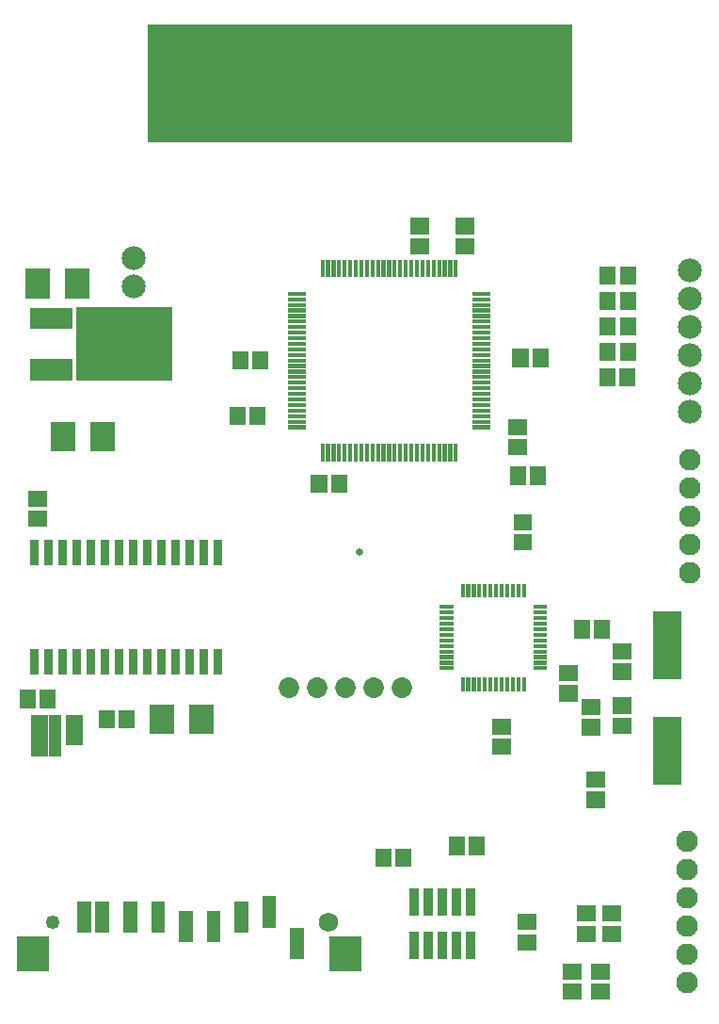
<source format=gbr>
G04 start of page 7 for group -4063 idx -4063 *
G04 Title: (unknown), componentmask *
G04 Creator: pcb 1.99z *
G04 CreationDate: Thu 29 Aug 2013 05:32:10 PM GMT UTC *
G04 For: p *
G04 Format: Gerber/RS-274X *
G04 PCB-Dimensions (mil): 6000.00 5000.00 *
G04 PCB-Coordinate-Origin: lower left *
%MOIN*%
%FSLAX25Y25*%
%LNTOPMASK*%
%ADD84R,0.1037X0.1037*%
%ADD83R,0.1123X0.1123*%
%ADD82R,0.0493X0.0493*%
%ADD81R,0.2598X0.2598*%
%ADD80R,0.0746X0.0746*%
%ADD79R,0.0860X0.0860*%
%ADD78R,0.0611X0.0611*%
%ADD77R,0.0454X0.0454*%
%ADD76R,0.0300X0.0300*%
%ADD75R,0.0336X0.0336*%
%ADD74R,0.1000X0.1000*%
%ADD73R,0.0140X0.0140*%
%ADD72R,0.0572X0.0572*%
%ADD71C,0.0257*%
%ADD70C,0.0493*%
%ADD69C,0.0690*%
%ADD68C,0.0729*%
%ADD67C,0.0001*%
%ADD66C,0.0847*%
%ADD65C,0.0769*%
G54D65*X419463Y343878D03*
Y333878D03*
Y323878D03*
Y313878D03*
Y303878D03*
X418463Y208973D03*
Y198973D03*
Y188973D03*
Y178973D03*
Y168973D03*
Y158973D03*
G54D66*X419463Y410973D03*
Y400973D03*
Y390973D03*
Y380973D03*
Y370973D03*
Y360973D03*
X222411Y415054D03*
Y405054D03*
G54D67*G36*
X211819Y395906D02*Y389306D01*
X218419D01*
Y395906D01*
X211819D01*
G37*
G36*
X219693D02*Y389306D01*
X226293D01*
Y395906D01*
X219693D01*
G37*
G36*
Y388032D02*Y381432D01*
X226293D01*
Y388032D01*
X219693D01*
G37*
G36*
X211819D02*Y381432D01*
X218419D01*
Y388032D01*
X211819D01*
G37*
G36*
X219693Y380158D02*Y373558D01*
X226293D01*
Y380158D01*
X219693D01*
G37*
G36*
X211819D02*Y373558D01*
X218419D01*
Y380158D01*
X211819D01*
G37*
G36*
X227567Y395906D02*Y389306D01*
X234167D01*
Y395906D01*
X227567D01*
G37*
G36*
Y388032D02*Y381432D01*
X234167D01*
Y388032D01*
X227567D01*
G37*
G36*
Y380158D02*Y373558D01*
X234167D01*
Y380158D01*
X227567D01*
G37*
G54D68*X277327Y263142D03*
X287327D03*
G54D69*X291287Y180229D03*
G54D68*X297327Y263142D03*
X307327D03*
X317327D03*
G54D70*X193650Y180229D03*
G54D71*X302456Y311074D03*
G54D72*X397456Y400467D02*Y399681D01*
X390370Y400467D02*Y399681D01*
X397456Y391467D02*Y390681D01*
X390370Y391467D02*Y390681D01*
X397456Y382467D02*Y381681D01*
X390370Y382467D02*Y381681D01*
X397378Y373366D02*Y372580D01*
X390292Y373366D02*Y372580D01*
X397456Y409467D02*Y408681D01*
X390370Y409467D02*Y408681D01*
G54D73*X343014Y373035D02*X347912D01*
X343014Y375004D02*X347912D01*
X343014Y376972D02*X347912D01*
X343014Y378941D02*X347912D01*
X343014Y380909D02*X347912D01*
X343014Y382878D02*X347912D01*
X343014Y384846D02*X347912D01*
X343014Y386815D02*X347912D01*
X343014Y388783D02*X347912D01*
G54D72*X366517Y380177D02*Y379391D01*
X359431Y380177D02*Y379391D01*
X365549Y338626D02*Y337840D01*
X358463Y338626D02*Y337840D01*
X359818Y321792D02*X360604D01*
X359818Y314706D02*X360604D01*
X385752Y223493D02*X386538D01*
X385752Y230579D02*X386538D01*
X382405Y183200D02*X383191D01*
X382405Y176114D02*X383191D01*
X391405Y183200D02*X392191D01*
X391405Y176114D02*X392191D01*
X377405Y155657D02*X378191D01*
X377405Y162743D02*X378191D01*
X387405Y155657D02*X388191D01*
X387405Y162743D02*X388191D01*
X352358Y242260D02*X353144D01*
X352358Y249346D02*X353144D01*
G54D74*X411327Y247828D02*Y233828D01*
G54D72*X383934Y249142D02*X384720D01*
G54D73*X364628Y270048D02*X368026D01*
X364628Y272016D02*X368026D01*
X364628Y273985D02*X368026D01*
X364628Y275953D02*X368026D01*
X364628Y277922D02*X368026D01*
X364628Y279890D02*X368026D01*
X364628Y281859D02*X368026D01*
X364628Y283827D02*X368026D01*
X364628Y285796D02*X368026D01*
G54D74*X411327Y285228D02*Y271228D01*
G54D73*X364628Y287764D02*X368026D01*
X364628Y289733D02*X368026D01*
X364628Y291701D02*X368026D01*
X360624Y299102D02*Y295704D01*
X358656Y299102D02*Y295704D01*
X356687Y299102D02*Y295704D01*
X354719Y299102D02*Y295704D01*
X352750Y299102D02*Y295704D01*
X350782Y299102D02*Y295704D01*
X348813Y299102D02*Y295704D01*
X346845Y299102D02*Y295704D01*
X344876Y299102D02*Y295704D01*
X338972Y266044D02*Y262646D01*
X340940Y266044D02*Y262646D01*
X342909Y266044D02*Y262646D01*
G54D72*X343884Y207593D02*Y206807D01*
G54D75*X341798Y190350D02*Y184051D01*
G54D73*X344877Y266044D02*Y262646D01*
X346846Y266044D02*Y262646D01*
X348814Y266044D02*Y262646D01*
X350783Y266044D02*Y262646D01*
X352751Y266044D02*Y262646D01*
X354720Y266044D02*Y262646D01*
X356688Y266044D02*Y262646D01*
X358657Y266044D02*Y262646D01*
X360625Y266044D02*Y262646D01*
G54D72*X361405Y180200D02*X362191D01*
X394934Y256827D02*X395720D01*
X394934Y249741D02*X395720D01*
X394934Y268828D02*X395720D01*
X394934Y275914D02*X395720D01*
X375934Y261142D02*X376720D01*
X375934Y268228D02*X376720D01*
X388327Y284221D02*Y283435D01*
X381241Y284221D02*Y283435D01*
X383934Y256228D02*X384720D01*
G54D76*X187377Y275473D02*Y269473D01*
G54D72*X188018Y330054D02*X188804D01*
X188018Y322968D02*X188804D01*
G54D76*X192377Y275473D02*Y269473D01*
G54D72*X191864Y259539D02*Y258753D01*
X184778Y259539D02*Y258753D01*
G54D76*X197377Y275473D02*Y269473D01*
X202377Y275473D02*Y269473D01*
X207377Y275473D02*Y269473D01*
X212377Y275473D02*Y269473D01*
X217377Y275473D02*Y269473D01*
X222377Y275473D02*Y269473D01*
X227377Y275473D02*Y269473D01*
G54D72*X219956Y252467D02*Y251681D01*
X212870Y252467D02*Y251681D01*
G54D77*X194634Y251095D02*Y241252D01*
G54D78*X189122Y250307D02*Y242040D01*
X201327Y250307D02*Y245977D01*
G54D76*X232377Y275473D02*Y269473D01*
X237377Y275473D02*Y269473D01*
X242377Y275473D02*Y269473D01*
X247377Y275473D02*Y269473D01*
X252377Y275473D02*Y269473D01*
G54D79*X232377Y252973D02*Y250973D01*
X246377Y252973D02*Y250973D01*
G54D76*X252377Y313973D02*Y307973D01*
X247377Y313973D02*Y307973D01*
X242377Y313973D02*Y307973D01*
X237377Y313973D02*Y307973D01*
X232377Y313973D02*Y307973D01*
X227377Y313973D02*Y307973D01*
X222377Y313973D02*Y307973D01*
X217377Y313973D02*Y307973D01*
X212377Y313973D02*Y307973D01*
X207377Y313973D02*Y307973D01*
X202377Y313973D02*Y307973D01*
X197377Y313973D02*Y307973D01*
X192377Y313973D02*Y307973D01*
X187377Y313973D02*Y307973D01*
G54D79*X188411Y407054D02*Y405054D01*
X202411Y407054D02*Y405054D01*
G54D80*X189527Y375677D02*X197008D01*
X189527Y393787D02*X197008D01*
G54D79*X211377Y352973D02*Y350973D01*
X197377Y352973D02*Y350973D01*
G54D81*X215119Y384732D02*X222993D01*
G54D82*X270421Y186882D02*Y180780D01*
X260579Y184914D02*Y178812D01*
X250736Y181764D02*Y175663D01*
X240894Y181764D02*Y175663D01*
X231051Y184914D02*Y178812D01*
X221209Y184914D02*Y178812D01*
X211366Y184914D02*Y178812D01*
X204969Y184914D02*Y178812D01*
X280264Y175859D02*Y169757D01*
G54D83*X297389Y169600D02*Y168418D01*
X186760Y169600D02*Y168418D01*
G54D84*X302455Y492728D02*Y461473D01*
X312455Y492728D02*Y461473D01*
X322455Y492728D02*Y461473D01*
X332455Y492728D02*Y461473D01*
X342455Y492728D02*Y461473D01*
X352455Y492728D02*Y461473D01*
X362455Y492728D02*Y461473D01*
X372455Y492728D02*Y461473D01*
G54D72*X260259Y379334D02*Y378548D01*
X267345Y379334D02*Y378548D01*
G54D73*X289282Y348831D02*Y343933D01*
X291250Y348831D02*Y343933D01*
X293219Y348831D02*Y343933D01*
X295187Y348831D02*Y343933D01*
X297156Y348831D02*Y343933D01*
X299124Y348831D02*Y343933D01*
X301093Y348831D02*Y343933D01*
X303061Y348831D02*Y343933D01*
X305030Y348831D02*Y343933D01*
G54D72*X288070Y335775D02*Y334989D01*
X295156Y335775D02*Y334989D01*
G54D73*X306998Y348831D02*Y343933D01*
X308967Y348831D02*Y343933D01*
X310935Y348831D02*Y343933D01*
X312904Y348831D02*Y343933D01*
X314872Y348831D02*Y343933D01*
X316841Y348831D02*Y343933D01*
X318809Y348831D02*Y343933D01*
X320778Y348831D02*Y343933D01*
X322746Y348831D02*Y343933D01*
X324715Y348831D02*Y343933D01*
X326683Y348831D02*Y343933D01*
X328652Y348831D02*Y343933D01*
X330620Y348831D02*Y343933D01*
X332589Y348831D02*Y343933D01*
X334557Y348831D02*Y343933D01*
X336526Y348831D02*Y343933D01*
G54D72*X358070Y348233D02*X358856D01*
G54D73*X343014Y355319D02*X347912D01*
X343014Y357287D02*X347912D01*
X343014Y359256D02*X347912D01*
X343014Y361224D02*X347912D01*
G54D72*X358070Y355319D02*X358856D01*
G54D73*X343014Y363193D02*X347912D01*
X343014Y365161D02*X347912D01*
X343014Y367130D02*X347912D01*
X343014Y369098D02*X347912D01*
X343014Y371067D02*X347912D01*
G54D72*X259259Y359649D02*Y358863D01*
X266345Y359649D02*Y358863D01*
G54D73*X277896Y380910D02*X282794D01*
X277896Y378941D02*X282794D01*
X277896Y376973D02*X282794D01*
X277896Y375004D02*X282794D01*
X277896Y373036D02*X282794D01*
X277896Y371067D02*X282794D01*
X277896Y369099D02*X282794D01*
X277896Y367130D02*X282794D01*
X277896Y365162D02*X282794D01*
X277896Y363193D02*X282794D01*
X277896Y361225D02*X282794D01*
X277896Y359256D02*X282794D01*
X277896Y357288D02*X282794D01*
X277896Y355319D02*X282794D01*
G54D84*X262455Y492728D02*Y461473D01*
X272455Y492728D02*Y461473D01*
X232455Y492728D02*Y461473D01*
X242455Y492728D02*Y461473D01*
X252455Y492728D02*Y461473D01*
X282455Y492728D02*Y461473D01*
X292455Y492728D02*Y461473D01*
G54D73*X343014Y390752D02*X347912D01*
X343014Y392720D02*X347912D01*
X343014Y394689D02*X347912D01*
X343014Y396657D02*X347912D01*
X343014Y398626D02*X347912D01*
X343014Y400594D02*X347912D01*
X343014Y402563D02*X347912D01*
X336526Y413949D02*Y409051D01*
X334558Y413949D02*Y409051D01*
X332589Y413949D02*Y409051D01*
X330621Y413949D02*Y409051D01*
X328652Y413949D02*Y409051D01*
X326684Y413949D02*Y409051D01*
G54D72*X339322Y419414D02*X340108D01*
X323322D02*X324108D01*
X339322Y426500D02*X340108D01*
X323322D02*X324108D01*
G54D73*X324715Y413949D02*Y409051D01*
X322747Y413949D02*Y409051D01*
X320778Y413949D02*Y409051D01*
X318810Y413949D02*Y409051D01*
X316841Y413949D02*Y409051D01*
X314873Y413949D02*Y409051D01*
X312904Y413949D02*Y409051D01*
X310936Y413949D02*Y409051D01*
X308967Y413949D02*Y409051D01*
X306999Y413949D02*Y409051D01*
X305030Y413949D02*Y409051D01*
X303062Y413949D02*Y409051D01*
X301093Y413949D02*Y409051D01*
X299125Y413949D02*Y409051D01*
X297156Y413949D02*Y409051D01*
X295188Y413949D02*Y409051D01*
X293219Y413949D02*Y409051D01*
X291251Y413949D02*Y409051D01*
X289282Y413949D02*Y409051D01*
X277896Y402563D02*X282794D01*
X277896Y400595D02*X282794D01*
X277896Y398626D02*X282794D01*
X277896Y396658D02*X282794D01*
X277896Y394689D02*X282794D01*
X277896Y392721D02*X282794D01*
X277896Y390752D02*X282794D01*
X277896Y388784D02*X282794D01*
X277896Y386815D02*X282794D01*
X277896Y384847D02*X282794D01*
X277896Y382878D02*X282794D01*
X342908Y299102D02*Y295704D01*
X340939Y299102D02*Y295704D01*
X338971Y299102D02*Y295704D01*
X331570Y291700D02*X334968D01*
X331570Y289732D02*X334968D01*
X331570Y287763D02*X334968D01*
X331570Y285795D02*X334968D01*
X331570Y283826D02*X334968D01*
X331570Y281858D02*X334968D01*
X331570Y279889D02*X334968D01*
X331570Y277921D02*X334968D01*
X331570Y275952D02*X334968D01*
X331570Y273984D02*X334968D01*
X331570Y272015D02*X334968D01*
X331570Y270047D02*X334968D01*
G54D72*X336798Y207593D02*Y206807D01*
X317956Y203467D02*Y202681D01*
X310870Y203467D02*Y202681D01*
G54D75*X341798Y174996D02*Y168696D01*
G54D72*X361405Y173114D02*X362191D01*
G54D75*X336798Y174996D02*Y168696D01*
Y190350D02*Y184051D01*
X331798Y174996D02*Y168696D01*
Y190350D02*Y184051D01*
X326798Y190350D02*Y184051D01*
X321798Y190350D02*Y184051D01*
X326798Y174996D02*Y168696D01*
X321798Y174996D02*Y168696D01*
M02*

</source>
